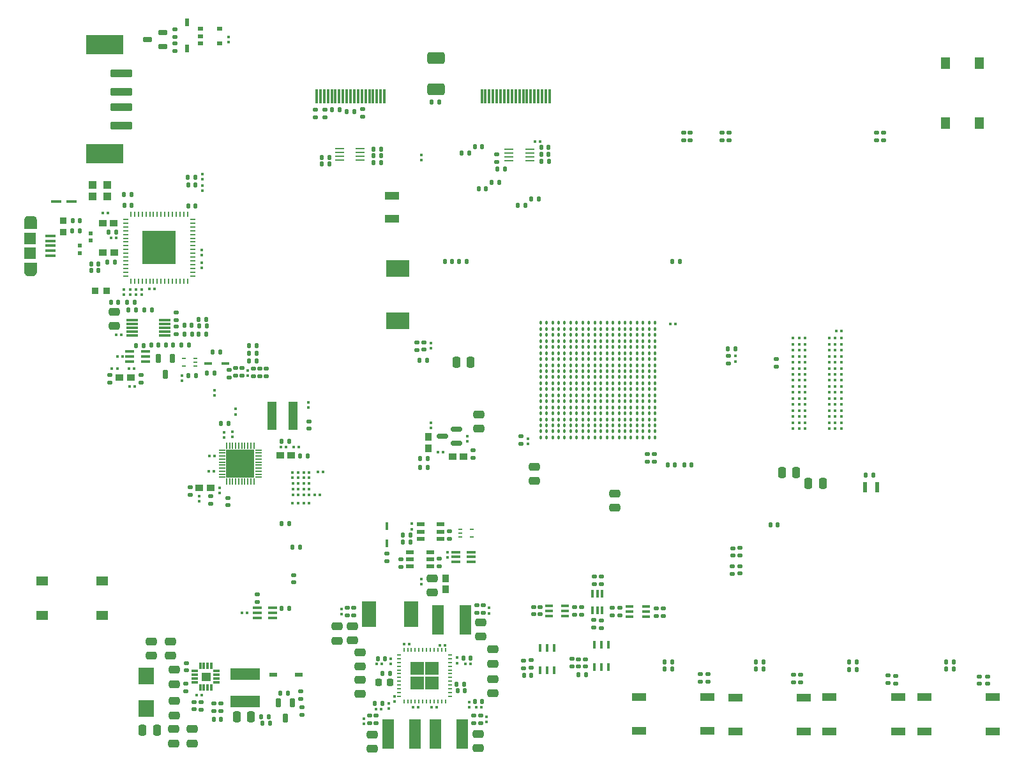
<source format=gtp>
G04 #@! TF.GenerationSoftware,KiCad,Pcbnew,8.0.8*
G04 #@! TF.CreationDate,2025-12-16T16:02:55-05:00*
G04 #@! TF.ProjectId,FPGA-BOARD,46504741-2d42-44f4-9152-442e6b696361,rev?*
G04 #@! TF.SameCoordinates,Original*
G04 #@! TF.FileFunction,Paste,Top*
G04 #@! TF.FilePolarity,Positive*
%FSLAX46Y46*%
G04 Gerber Fmt 4.6, Leading zero omitted, Abs format (unit mm)*
G04 Created by KiCad (PCBNEW 8.0.8) date 2025-12-16 16:02:55*
%MOMM*%
%LPD*%
G01*
G04 APERTURE LIST*
G04 Aperture macros list*
%AMRoundRect*
0 Rectangle with rounded corners*
0 $1 Rounding radius*
0 $2 $3 $4 $5 $6 $7 $8 $9 X,Y pos of 4 corners*
0 Add a 4 corners polygon primitive as box body*
4,1,4,$2,$3,$4,$5,$6,$7,$8,$9,$2,$3,0*
0 Add four circle primitives for the rounded corners*
1,1,$1+$1,$2,$3*
1,1,$1+$1,$4,$5*
1,1,$1+$1,$6,$7*
1,1,$1+$1,$8,$9*
0 Add four rect primitives between the rounded corners*
20,1,$1+$1,$2,$3,$4,$5,0*
20,1,$1+$1,$4,$5,$6,$7,0*
20,1,$1+$1,$6,$7,$8,$9,0*
20,1,$1+$1,$8,$9,$2,$3,0*%
G04 Aperture macros list end*
%ADD10C,0.000000*%
%ADD11C,0.010000*%
%ADD12RoundRect,0.076250X0.513750X0.228750X-0.513750X0.228750X-0.513750X-0.228750X0.513750X-0.228750X0*%
%ADD13RoundRect,0.079500X0.100500X-0.079500X0.100500X0.079500X-0.100500X0.079500X-0.100500X-0.079500X0*%
%ADD14RoundRect,0.147500X0.147500X0.172500X-0.147500X0.172500X-0.147500X-0.172500X0.147500X-0.172500X0*%
%ADD15RoundRect,0.140000X0.170000X-0.140000X0.170000X0.140000X-0.170000X0.140000X-0.170000X-0.140000X0*%
%ADD16RoundRect,0.079500X0.079500X0.100500X-0.079500X0.100500X-0.079500X-0.100500X0.079500X-0.100500X0*%
%ADD17RoundRect,0.140000X-0.140000X-0.170000X0.140000X-0.170000X0.140000X0.170000X-0.140000X0.170000X0*%
%ADD18RoundRect,0.079500X-0.079500X-0.100500X0.079500X-0.100500X0.079500X0.100500X-0.079500X0.100500X0*%
%ADD19RoundRect,0.140000X0.140000X0.170000X-0.140000X0.170000X-0.140000X-0.170000X0.140000X-0.170000X0*%
%ADD20RoundRect,0.147500X-0.147500X-0.172500X0.147500X-0.172500X0.147500X0.172500X-0.147500X0.172500X0*%
%ADD21R,1.168400X0.355600*%
%ADD22RoundRect,0.140000X-0.170000X0.140000X-0.170000X-0.140000X0.170000X-0.140000X0.170000X0.140000X0*%
%ADD23RoundRect,0.079500X-0.100500X0.079500X-0.100500X-0.079500X0.100500X-0.079500X0.100500X0.079500X0*%
%ADD24R,1.900000X1.000000*%
%ADD25RoundRect,0.250000X-0.475000X0.250000X-0.475000X-0.250000X0.475000X-0.250000X0.475000X0.250000X0*%
%ADD26R,0.457200X1.117600*%
%ADD27R,0.970000X1.000000*%
%ADD28R,1.168400X0.254000*%
%ADD29R,1.100000X1.000000*%
%ADD30R,0.609600X1.447800*%
%ADD31R,1.850000X3.400000*%
%ADD32RoundRect,0.075000X-0.225000X0.540000X-0.225000X-0.540000X0.225000X-0.540000X0.225000X0.540000X0*%
%ADD33O,0.240000X0.599999*%
%ADD34O,0.599999X0.240000*%
%ADD35R,0.450800X1.111200*%
%ADD36R,0.508000X0.279400*%
%ADD37R,1.000000X0.970000*%
%ADD38R,2.150000X2.200000*%
%ADD39R,0.300000X1.000000*%
%ADD40R,1.111200X0.450800*%
%ADD41R,1.550000X1.300000*%
%ADD42R,1.905000X0.990600*%
%ADD43R,0.500000X0.600000*%
%ADD44RoundRect,0.250000X0.250000X0.475000X-0.250000X0.475000X-0.250000X-0.475000X0.250000X-0.475000X0*%
%ADD45C,0.410000*%
%ADD46RoundRect,0.018000X-1.382000X0.432000X-1.382000X-0.432000X1.382000X-0.432000X1.382000X0.432000X0*%
%ADD47R,5.000000X2.500000*%
%ADD48RoundRect,0.250000X0.475000X-0.250000X0.475000X0.250000X-0.475000X0.250000X-0.475000X-0.250000X0*%
%ADD49R,1.498600X3.987800*%
%ADD50R,1.016000X0.508000*%
%ADD51RoundRect,0.150000X0.587500X0.150000X-0.587500X0.150000X-0.587500X-0.150000X0.587500X-0.150000X0*%
%ADD52R,0.812800X0.203200*%
%ADD53R,0.203200X0.812800*%
%ADD54R,3.708400X3.708400*%
%ADD55R,0.300000X1.900000*%
%ADD56R,1.300000X1.550000*%
%ADD57RoundRect,0.250000X-0.250000X-0.475000X0.250000X-0.475000X0.250000X0.475000X-0.250000X0.475000X0*%
%ADD58C,0.457200*%
%ADD59R,0.754800X0.254000*%
%ADD60R,0.254000X0.754800*%
%ADD61R,4.445000X4.445000*%
%ADD62R,0.965200X0.939800*%
%ADD63R,0.977900X0.558800*%
%ADD64R,1.111200X0.600800*%
%ADD65RoundRect,0.076250X-0.228750X0.513750X-0.228750X-0.513750X0.228750X-0.513750X0.228750X0.513750X0*%
%ADD66R,0.600800X1.111200*%
%ADD67R,1.358900X0.457200*%
%ADD68R,1.524000X0.330200*%
%ADD69R,1.000000X0.300000*%
%ADD70R,0.800001X0.549999*%
%ADD71R,1.350000X0.400000*%
%ADD72R,1.550000X1.500000*%
%ADD73R,0.939800X0.965200*%
%ADD74RoundRect,0.225000X0.225000X0.250000X-0.225000X0.250000X-0.225000X-0.250000X0.225000X-0.250000X0*%
%ADD75RoundRect,0.032500X0.397500X0.097500X-0.397500X0.097500X-0.397500X-0.097500X0.397500X-0.097500X0*%
%ADD76RoundRect,0.032500X0.097500X0.397500X-0.097500X0.397500X-0.097500X-0.397500X0.097500X-0.397500X0*%
%ADD77RoundRect,0.249999X0.900001X-0.525001X0.900001X0.525001X-0.900001X0.525001X-0.900001X-0.525001X0*%
%ADD78R,3.987800X1.498600*%
%ADD79R,1.200000X3.700000*%
%ADD80R,3.120000X2.250000*%
G04 APERTURE END LIST*
D10*
G36*
X127825004Y-137960000D02*
G01*
X126090003Y-137960000D01*
X126090003Y-136225000D01*
X127825004Y-136225000D01*
X127825004Y-137960000D01*
G37*
G36*
X127825004Y-136025003D02*
G01*
X126090003Y-136025003D01*
X126090003Y-134290002D01*
X127825004Y-134290002D01*
X127825004Y-136025003D01*
G37*
G36*
X129760001Y-137960000D02*
G01*
X128025001Y-137960000D01*
X128025001Y-136225000D01*
X129760001Y-136225000D01*
X129760001Y-137960000D01*
G37*
G36*
X129760001Y-136025003D02*
G01*
X128025001Y-136025003D01*
X128025001Y-134290002D01*
X129760001Y-134290002D01*
X129760001Y-136025003D01*
G37*
G36*
X103375001Y-107875300D02*
G01*
X101720801Y-107875300D01*
X101720801Y-106221100D01*
X103375001Y-106221100D01*
X103375001Y-107875300D01*
G37*
G36*
X103375001Y-109729500D02*
G01*
X101720801Y-109729500D01*
X101720801Y-108075300D01*
X103375001Y-108075300D01*
X103375001Y-109729500D01*
G37*
G36*
X105229201Y-107875300D02*
G01*
X103575001Y-107875300D01*
X103575001Y-106221100D01*
X105229201Y-106221100D01*
X105229201Y-107875300D01*
G37*
G36*
X105229201Y-109729500D02*
G01*
X103575001Y-109729500D01*
X103575001Y-108075300D01*
X105229201Y-108075300D01*
X105229201Y-109729500D01*
G37*
G36*
X91884167Y-78459167D02*
G01*
X90602500Y-78459167D01*
X90602500Y-77177500D01*
X91884167Y-77177500D01*
X91884167Y-78459167D01*
G37*
G36*
X91884167Y-79940834D02*
G01*
X90602500Y-79940834D01*
X90602500Y-78659166D01*
X91884167Y-78659166D01*
X91884167Y-79940834D01*
G37*
G36*
X91884167Y-81422500D02*
G01*
X90602500Y-81422500D01*
X90602500Y-80140833D01*
X91884167Y-80140833D01*
X91884167Y-81422500D01*
G37*
G36*
X93365834Y-78459167D02*
G01*
X92084166Y-78459167D01*
X92084166Y-77177500D01*
X93365834Y-77177500D01*
X93365834Y-78459167D01*
G37*
G36*
X93365834Y-79940834D02*
G01*
X92084166Y-79940834D01*
X92084166Y-78659166D01*
X93365834Y-78659166D01*
X93365834Y-79940834D01*
G37*
G36*
X93365834Y-81422500D02*
G01*
X92084166Y-81422500D01*
X92084166Y-80140833D01*
X93365834Y-80140833D01*
X93365834Y-81422500D01*
G37*
G36*
X94847500Y-78459167D02*
G01*
X93565833Y-78459167D01*
X93565833Y-77177500D01*
X94847500Y-77177500D01*
X94847500Y-78459167D01*
G37*
G36*
X94847500Y-79940834D02*
G01*
X93565833Y-79940834D01*
X93565833Y-78659166D01*
X94847500Y-78659166D01*
X94847500Y-79940834D01*
G37*
G36*
X94847500Y-81422500D02*
G01*
X93565833Y-81422500D01*
X93565833Y-80140833D01*
X94847500Y-80140833D01*
X94847500Y-81422500D01*
G37*
D11*
X75931000Y-75106000D02*
X75957000Y-75108000D01*
X75983000Y-75111000D01*
X76009000Y-75116000D01*
X76034000Y-75122000D01*
X76060000Y-75129000D01*
X76084000Y-75138000D01*
X76108000Y-75148000D01*
X76132000Y-75159000D01*
X76155000Y-75172000D01*
X76177000Y-75186000D01*
X76199000Y-75200000D01*
X76220000Y-75216000D01*
X76240000Y-75233000D01*
X76259000Y-75251000D01*
X76277000Y-75270000D01*
X76294000Y-75290000D01*
X76310000Y-75311000D01*
X76324000Y-75333000D01*
X76338000Y-75355000D01*
X76351000Y-75378000D01*
X76362000Y-75402000D01*
X76372000Y-75426000D01*
X76381000Y-75450000D01*
X76388000Y-75476000D01*
X76394000Y-75501000D01*
X76399000Y-75527000D01*
X76402000Y-75553000D01*
X76404000Y-75579000D01*
X76405000Y-75605000D01*
X76405000Y-76750000D01*
X74855000Y-76750000D01*
X74855000Y-75605000D01*
X74856000Y-75579000D01*
X74858000Y-75553000D01*
X74861000Y-75527000D01*
X74866000Y-75501000D01*
X74872000Y-75476000D01*
X74879000Y-75450000D01*
X74888000Y-75426000D01*
X74898000Y-75402000D01*
X74909000Y-75378000D01*
X74922000Y-75355000D01*
X74936000Y-75333000D01*
X74950000Y-75311000D01*
X74966000Y-75290000D01*
X74983000Y-75270000D01*
X75001000Y-75251000D01*
X75020000Y-75233000D01*
X75040000Y-75216000D01*
X75061000Y-75200000D01*
X75083000Y-75186000D01*
X75105000Y-75172000D01*
X75128000Y-75159000D01*
X75152000Y-75148000D01*
X75176000Y-75138000D01*
X75200000Y-75129000D01*
X75226000Y-75122000D01*
X75251000Y-75116000D01*
X75277000Y-75111000D01*
X75303000Y-75108000D01*
X75329000Y-75106000D01*
X75355000Y-75105000D01*
X75905000Y-75105000D01*
X75931000Y-75106000D01*
G36*
X75931000Y-75106000D02*
G01*
X75957000Y-75108000D01*
X75983000Y-75111000D01*
X76009000Y-75116000D01*
X76034000Y-75122000D01*
X76060000Y-75129000D01*
X76084000Y-75138000D01*
X76108000Y-75148000D01*
X76132000Y-75159000D01*
X76155000Y-75172000D01*
X76177000Y-75186000D01*
X76199000Y-75200000D01*
X76220000Y-75216000D01*
X76240000Y-75233000D01*
X76259000Y-75251000D01*
X76277000Y-75270000D01*
X76294000Y-75290000D01*
X76310000Y-75311000D01*
X76324000Y-75333000D01*
X76338000Y-75355000D01*
X76351000Y-75378000D01*
X76362000Y-75402000D01*
X76372000Y-75426000D01*
X76381000Y-75450000D01*
X76388000Y-75476000D01*
X76394000Y-75501000D01*
X76399000Y-75527000D01*
X76402000Y-75553000D01*
X76404000Y-75579000D01*
X76405000Y-75605000D01*
X76405000Y-76750000D01*
X74855000Y-76750000D01*
X74855000Y-75605000D01*
X74856000Y-75579000D01*
X74858000Y-75553000D01*
X74861000Y-75527000D01*
X74866000Y-75501000D01*
X74872000Y-75476000D01*
X74879000Y-75450000D01*
X74888000Y-75426000D01*
X74898000Y-75402000D01*
X74909000Y-75378000D01*
X74922000Y-75355000D01*
X74936000Y-75333000D01*
X74950000Y-75311000D01*
X74966000Y-75290000D01*
X74983000Y-75270000D01*
X75001000Y-75251000D01*
X75020000Y-75233000D01*
X75040000Y-75216000D01*
X75061000Y-75200000D01*
X75083000Y-75186000D01*
X75105000Y-75172000D01*
X75128000Y-75159000D01*
X75152000Y-75148000D01*
X75176000Y-75138000D01*
X75200000Y-75129000D01*
X75226000Y-75122000D01*
X75251000Y-75116000D01*
X75277000Y-75111000D01*
X75303000Y-75108000D01*
X75329000Y-75106000D01*
X75355000Y-75105000D01*
X75905000Y-75105000D01*
X75931000Y-75106000D01*
G37*
X76405000Y-82495000D02*
X76404000Y-82521000D01*
X76402000Y-82547000D01*
X76399000Y-82573000D01*
X76394000Y-82599000D01*
X76388000Y-82624000D01*
X76381000Y-82650000D01*
X76372000Y-82674000D01*
X76362000Y-82698000D01*
X76351000Y-82722000D01*
X76338000Y-82745000D01*
X76324000Y-82767000D01*
X76310000Y-82789000D01*
X76294000Y-82810000D01*
X76277000Y-82830000D01*
X76259000Y-82849000D01*
X76240000Y-82867000D01*
X76220000Y-82884000D01*
X76199000Y-82900000D01*
X76177000Y-82914000D01*
X76155000Y-82928000D01*
X76132000Y-82941000D01*
X76108000Y-82952000D01*
X76084000Y-82962000D01*
X76060000Y-82971000D01*
X76034000Y-82978000D01*
X76009000Y-82984000D01*
X75983000Y-82989000D01*
X75957000Y-82992000D01*
X75931000Y-82994000D01*
X75905000Y-82995000D01*
X75355000Y-82995000D01*
X75329000Y-82994000D01*
X75303000Y-82992000D01*
X75277000Y-82989000D01*
X75251000Y-82984000D01*
X75226000Y-82978000D01*
X75200000Y-82971000D01*
X75176000Y-82962000D01*
X75152000Y-82952000D01*
X75128000Y-82941000D01*
X75105000Y-82928000D01*
X75083000Y-82914000D01*
X75061000Y-82900000D01*
X75040000Y-82884000D01*
X75020000Y-82867000D01*
X75001000Y-82849000D01*
X74983000Y-82830000D01*
X74966000Y-82810000D01*
X74950000Y-82789000D01*
X74936000Y-82767000D01*
X74922000Y-82745000D01*
X74909000Y-82722000D01*
X74898000Y-82698000D01*
X74888000Y-82674000D01*
X74879000Y-82650000D01*
X74872000Y-82624000D01*
X74866000Y-82599000D01*
X74861000Y-82573000D01*
X74858000Y-82547000D01*
X74856000Y-82521000D01*
X74855000Y-82495000D01*
X74855000Y-81350000D01*
X76405000Y-81350000D01*
X76405000Y-82495000D01*
G36*
X76405000Y-82495000D02*
G01*
X76404000Y-82521000D01*
X76402000Y-82547000D01*
X76399000Y-82573000D01*
X76394000Y-82599000D01*
X76388000Y-82624000D01*
X76381000Y-82650000D01*
X76372000Y-82674000D01*
X76362000Y-82698000D01*
X76351000Y-82722000D01*
X76338000Y-82745000D01*
X76324000Y-82767000D01*
X76310000Y-82789000D01*
X76294000Y-82810000D01*
X76277000Y-82830000D01*
X76259000Y-82849000D01*
X76240000Y-82867000D01*
X76220000Y-82884000D01*
X76199000Y-82900000D01*
X76177000Y-82914000D01*
X76155000Y-82928000D01*
X76132000Y-82941000D01*
X76108000Y-82952000D01*
X76084000Y-82962000D01*
X76060000Y-82971000D01*
X76034000Y-82978000D01*
X76009000Y-82984000D01*
X75983000Y-82989000D01*
X75957000Y-82992000D01*
X75931000Y-82994000D01*
X75905000Y-82995000D01*
X75355000Y-82995000D01*
X75329000Y-82994000D01*
X75303000Y-82992000D01*
X75277000Y-82989000D01*
X75251000Y-82984000D01*
X75226000Y-82978000D01*
X75200000Y-82971000D01*
X75176000Y-82962000D01*
X75152000Y-82952000D01*
X75128000Y-82941000D01*
X75105000Y-82928000D01*
X75083000Y-82914000D01*
X75061000Y-82900000D01*
X75040000Y-82884000D01*
X75020000Y-82867000D01*
X75001000Y-82849000D01*
X74983000Y-82830000D01*
X74966000Y-82810000D01*
X74950000Y-82789000D01*
X74936000Y-82767000D01*
X74922000Y-82745000D01*
X74909000Y-82722000D01*
X74898000Y-82698000D01*
X74888000Y-82674000D01*
X74879000Y-82650000D01*
X74872000Y-82624000D01*
X74866000Y-82599000D01*
X74861000Y-82573000D01*
X74858000Y-82547000D01*
X74856000Y-82521000D01*
X74855000Y-82495000D01*
X74855000Y-81350000D01*
X76405000Y-81350000D01*
X76405000Y-82495000D01*
G37*
X99440000Y-136770000D02*
X98380000Y-136770000D01*
X98380000Y-135710000D01*
X99440000Y-135710000D01*
X99440000Y-136770000D01*
G36*
X99440000Y-136770000D02*
G01*
X98380000Y-136770000D01*
X98380000Y-135710000D01*
X99440000Y-135710000D01*
X99440000Y-136770000D01*
G37*
D12*
X93222500Y-52572500D03*
X93222500Y-50742500D03*
X91172500Y-51657500D03*
D13*
X136100000Y-142295000D03*
X136100000Y-141605000D03*
D14*
X97510000Y-69980000D03*
X96540000Y-69980000D03*
D15*
X159560000Y-128225000D03*
X159560000Y-127225000D03*
D16*
X111120000Y-109875000D03*
X110430000Y-109875000D03*
D13*
X102890000Y-101425000D03*
X102890000Y-100735000D03*
D17*
X97980000Y-90750000D03*
X98980000Y-90750000D03*
D18*
X110440000Y-111375000D03*
X111130000Y-111375000D03*
D17*
X128870000Y-59990000D03*
X129870000Y-59990000D03*
D18*
X113355000Y-112125000D03*
X114045000Y-112125000D03*
D19*
X144375000Y-66025000D03*
X143375000Y-66025000D03*
D20*
X104665000Y-92340000D03*
X105635000Y-92340000D03*
D21*
X134116400Y-121035400D03*
X134116400Y-120375000D03*
X134116400Y-119714600D03*
X132033600Y-119714600D03*
X132033600Y-120375000D03*
X132033600Y-121035400D03*
D19*
X98920000Y-88830000D03*
X97920000Y-88830000D03*
D18*
X111890000Y-109125000D03*
X112580000Y-109125000D03*
D14*
X128220000Y-94230000D03*
X127250000Y-94230000D03*
D22*
X114750000Y-60975000D03*
X114750000Y-61975000D03*
D15*
X150360000Y-129750000D03*
X150360000Y-128750000D03*
D23*
X98370000Y-81315000D03*
X98370000Y-82005000D03*
D20*
X184240000Y-135301849D03*
X185210000Y-135301849D03*
D13*
X112500000Y-100565000D03*
X112500000Y-99875000D03*
D24*
X123600000Y-72425000D03*
X123600000Y-75425000D03*
D23*
X169140000Y-93700000D03*
X169140000Y-94390000D03*
D15*
X95010000Y-88940000D03*
X95010000Y-87940000D03*
X174600000Y-95100000D03*
X174600000Y-94100000D03*
D19*
X89090000Y-73660000D03*
X88090000Y-73660000D03*
D16*
X130370000Y-106475000D03*
X129680000Y-106475000D03*
D25*
X135000000Y-143850000D03*
X135000000Y-145750000D03*
X137000000Y-136600000D03*
X137000000Y-138500000D03*
X116300000Y-129600000D03*
X116300000Y-131500000D03*
D19*
X92650000Y-92220000D03*
X91650000Y-92220000D03*
D26*
X143246698Y-135451900D03*
X144196699Y-135451900D03*
X145146700Y-135451900D03*
X145146700Y-132454700D03*
X144196699Y-132454700D03*
X143246698Y-132454700D03*
D17*
X111435000Y-106970000D03*
X112435000Y-106970000D03*
D18*
X182495000Y-90360000D03*
X183185000Y-90360000D03*
D19*
X187450000Y-109475000D03*
X186450000Y-109475000D03*
D15*
X164475000Y-136926849D03*
X164475000Y-135926849D03*
D19*
X86880000Y-81210000D03*
X85880000Y-81210000D03*
D15*
X153785000Y-128100000D03*
X153785000Y-127100000D03*
D27*
X128425000Y-105920000D03*
X128425000Y-104450000D03*
D28*
X116656800Y-66149999D03*
X116656800Y-66650000D03*
X116656800Y-67150000D03*
X116656800Y-67650001D03*
X119400000Y-67650001D03*
X119400000Y-67150000D03*
X119400000Y-66650000D03*
X119400000Y-66149999D03*
D15*
X190400000Y-137151849D03*
X190400000Y-136151849D03*
D19*
X133190000Y-137280000D03*
X132190000Y-137280000D03*
D22*
X168775000Y-119200000D03*
X168775000Y-120200000D03*
D23*
X98060000Y-112255000D03*
X98060000Y-112945000D03*
D25*
X153110000Y-111960000D03*
X153110000Y-113860000D03*
D29*
X85830000Y-70980000D03*
X83930000Y-70980000D03*
X83930000Y-72480000D03*
X85830000Y-72480000D03*
D18*
X88765000Y-97740000D03*
X89455000Y-97740000D03*
D17*
X143375000Y-66950000D03*
X144375000Y-66950000D03*
D13*
X127490000Y-67675000D03*
X127490000Y-66985000D03*
D15*
X141071699Y-135128300D03*
X141071699Y-134128300D03*
D18*
X108885000Y-105810000D03*
X109575000Y-105810000D03*
D30*
X187908000Y-111125000D03*
X186307800Y-111125000D03*
D13*
X132250000Y-134445000D03*
X132250000Y-133755000D03*
D31*
X120590000Y-127970000D03*
X126140000Y-127970000D03*
D32*
X94512500Y-94030000D03*
X92612500Y-94030000D03*
X93562500Y-96150000D03*
D15*
X177825000Y-137026849D03*
X177825000Y-136026849D03*
D33*
X130675001Y-132724999D03*
X130175002Y-132724999D03*
X129675000Y-132724999D03*
X129175001Y-132724999D03*
X128674999Y-132724999D03*
X128175001Y-132724999D03*
X127675001Y-132724999D03*
X127175000Y-132724999D03*
X126675001Y-132724999D03*
X126174999Y-132724999D03*
X125675000Y-132724999D03*
X125175001Y-132724999D03*
D34*
X124525000Y-133375000D03*
X124525000Y-133874999D03*
X124525000Y-134375001D03*
X124525000Y-134875000D03*
X124525000Y-135375002D03*
X124525000Y-135875000D03*
X124525000Y-136375000D03*
X124525000Y-136875001D03*
X124525000Y-137375000D03*
X124525000Y-137875002D03*
X124525000Y-138375001D03*
X124525000Y-138875000D03*
D33*
X125175001Y-139525001D03*
X125675000Y-139525001D03*
X126174999Y-139525001D03*
X126675001Y-139525001D03*
X127175000Y-139525001D03*
X127675001Y-139525001D03*
X128175001Y-139525001D03*
X128674999Y-139525001D03*
X129175001Y-139525001D03*
X129675000Y-139525001D03*
X130175002Y-139525001D03*
X130675001Y-139525001D03*
D34*
X131325002Y-138875000D03*
X131325002Y-138375001D03*
X131325002Y-137875002D03*
X131325002Y-137375000D03*
X131325002Y-136875001D03*
X131325002Y-136375000D03*
X131325002Y-135875000D03*
X131325002Y-135375002D03*
X131325002Y-134875000D03*
X131325002Y-134375001D03*
X131325002Y-133874999D03*
X131325002Y-133375000D03*
D23*
X88035000Y-84835000D03*
X88035000Y-85525000D03*
D35*
X122900000Y-116300000D03*
X122900000Y-118600000D03*
D19*
X94590000Y-92230000D03*
X93590000Y-92230000D03*
X107220000Y-141630000D03*
X106220000Y-141630000D03*
D22*
X120650000Y-141400000D03*
X120650000Y-142400000D03*
D17*
X143400000Y-67850000D03*
X144400000Y-67850000D03*
D36*
X97524300Y-95000126D03*
X97524300Y-94500000D03*
X97524300Y-93999874D03*
X96025700Y-93999874D03*
X96025700Y-95000126D03*
D37*
X133075000Y-107050000D03*
X131605000Y-107050000D03*
D19*
X161140000Y-108160000D03*
X160140000Y-108160000D03*
X115275000Y-67325000D03*
X114275000Y-67325000D03*
X138550000Y-68875000D03*
X137550000Y-68875000D03*
D18*
X85205000Y-74670000D03*
X85895000Y-74670000D03*
X125215000Y-131980000D03*
X125905000Y-131980000D03*
D38*
X91035000Y-136130000D03*
X91035000Y-140530000D03*
D22*
X135700000Y-126800000D03*
X135700000Y-127800000D03*
D16*
X87155000Y-95380000D03*
X86465000Y-95380000D03*
D15*
X187875000Y-65025000D03*
X187875000Y-64025000D03*
D23*
X104460000Y-95645000D03*
X104460000Y-96335000D03*
D39*
X151485000Y-125245000D03*
X150825000Y-125245000D03*
X150165000Y-125245000D03*
X150165000Y-127425000D03*
X150825000Y-127425000D03*
X151485000Y-127425000D03*
D15*
X201515000Y-137226849D03*
X201515000Y-136226849D03*
D22*
X98280000Y-139660000D03*
X98280000Y-140660000D03*
D15*
X169750000Y-122575000D03*
X169750000Y-121575000D03*
X188775000Y-65025000D03*
X188775000Y-64025000D03*
D22*
X112600000Y-102360000D03*
X112600000Y-103360000D03*
D25*
X142475000Y-108375000D03*
X142475000Y-110275000D03*
D40*
X101530000Y-94680000D03*
X99230000Y-94680000D03*
D15*
X105767600Y-126364411D03*
X105767600Y-125364411D03*
D20*
X197107500Y-135276849D03*
X198077500Y-135276849D03*
D22*
X111470000Y-138220000D03*
X111470000Y-139220000D03*
X117700000Y-127100000D03*
X117700000Y-128100000D03*
D23*
X126220000Y-115975000D03*
X126220000Y-116665000D03*
D41*
X85180000Y-128090000D03*
X77230000Y-128090000D03*
X85180000Y-123590000D03*
X77230000Y-123590000D03*
D42*
X194189099Y-138999999D03*
X194189099Y-143500001D03*
X203289101Y-143500001D03*
X203289101Y-138999999D03*
D15*
X148735000Y-128025000D03*
X148735000Y-127025000D03*
X162300000Y-65025000D03*
X162300000Y-64025000D03*
D18*
X110430000Y-113245000D03*
X111120000Y-113245000D03*
D19*
X87020000Y-77230000D03*
X86020000Y-77230000D03*
D17*
X108820000Y-138460000D03*
X109820000Y-138460000D03*
D43*
X82230000Y-79060000D03*
X82230000Y-80060000D03*
D44*
X180740000Y-110600000D03*
X178840000Y-110600000D03*
D14*
X105635000Y-93330000D03*
X104665000Y-93330000D03*
D13*
X119850000Y-142545000D03*
X119850000Y-141855000D03*
D22*
X140675000Y-104375000D03*
X140675000Y-105375000D03*
D13*
X116900000Y-127995000D03*
X116900000Y-127305000D03*
D22*
X90320000Y-96220000D03*
X90320000Y-97220000D03*
D17*
X96550000Y-73770000D03*
X97550000Y-73770000D03*
D45*
X183175000Y-103325000D03*
X182375000Y-103325000D03*
X181575000Y-103325000D03*
X178375000Y-103325000D03*
X177575000Y-103325000D03*
X176775000Y-103325000D03*
X183175000Y-102525000D03*
X182375000Y-102525000D03*
X181575000Y-102525000D03*
X178375000Y-102525000D03*
X177575000Y-102525000D03*
X176775000Y-102525000D03*
X183175000Y-101725000D03*
X182375000Y-101725000D03*
X181575000Y-101725000D03*
X178375000Y-101725000D03*
X177575000Y-101725000D03*
X176775000Y-101725000D03*
X183175000Y-100925000D03*
X182375000Y-100925000D03*
X181575000Y-100925000D03*
X178375000Y-100925000D03*
X177575000Y-100925000D03*
X176775000Y-100925000D03*
X183175000Y-100125000D03*
X182375000Y-100125000D03*
X181575000Y-100125000D03*
X178375000Y-100125000D03*
X177575000Y-100125000D03*
X176775000Y-100125000D03*
X183175000Y-99325000D03*
X182375000Y-99325000D03*
X181575000Y-99325000D03*
X178375000Y-99325000D03*
X177575000Y-99325000D03*
X176775000Y-99325000D03*
X183175000Y-98525000D03*
X182375000Y-98525000D03*
X181575000Y-98525000D03*
X178375000Y-98525000D03*
X177575000Y-98525000D03*
X176775000Y-98525000D03*
X183175000Y-97725000D03*
X182375000Y-97725000D03*
X181575000Y-97725000D03*
X178375000Y-97725000D03*
X177575000Y-97725000D03*
X176775000Y-97725000D03*
X183175000Y-96925000D03*
X182375000Y-96925000D03*
X181575000Y-96925000D03*
X178375000Y-96925000D03*
X177575000Y-96925000D03*
X176775000Y-96925000D03*
X183175000Y-96125000D03*
X182375000Y-96125000D03*
X181575000Y-96125000D03*
X178375000Y-96125000D03*
X177575000Y-96125000D03*
X176775000Y-96125000D03*
X183175000Y-95325000D03*
X182375000Y-95325000D03*
X181575000Y-95325000D03*
X178375000Y-95325000D03*
X177575000Y-95325000D03*
X176775000Y-95325000D03*
X183175000Y-94525000D03*
X182375000Y-94525000D03*
X181575000Y-94525000D03*
X178375000Y-94525000D03*
X177575000Y-94525000D03*
X176775000Y-94525000D03*
X183175000Y-93725000D03*
X182375000Y-93725000D03*
X181575000Y-93725000D03*
X178375000Y-93725000D03*
X177575000Y-93725000D03*
X176775000Y-93725000D03*
X183175000Y-92925000D03*
X182375000Y-92925000D03*
X181575000Y-92925000D03*
X178375000Y-92925000D03*
X177575000Y-92925000D03*
X176775000Y-92925000D03*
X183175000Y-92125000D03*
X182375000Y-92125000D03*
X181575000Y-92125000D03*
X178375000Y-92125000D03*
X177575000Y-92125000D03*
X176775000Y-92125000D03*
X183175000Y-91325000D03*
X182375000Y-91325000D03*
X181575000Y-91325000D03*
X178375000Y-91325000D03*
X177575000Y-91325000D03*
X176775000Y-91325000D03*
D15*
X124800000Y-121660000D03*
X124800000Y-120660000D03*
D46*
X87740000Y-56120000D03*
X87740000Y-58620000D03*
X87740000Y-60620000D03*
X87740000Y-63120000D03*
D47*
X85490000Y-52370000D03*
X85490000Y-66870000D03*
D48*
X119400000Y-134900000D03*
X119400000Y-133000000D03*
D49*
X123063200Y-143870000D03*
X126670000Y-143870000D03*
D26*
X150424999Y-134999200D03*
X151375000Y-134999200D03*
X152325001Y-134999200D03*
X152325001Y-132002000D03*
X151375000Y-132002000D03*
X150424999Y-132002000D03*
D44*
X92420000Y-143330000D03*
X90520000Y-143330000D03*
D20*
X171890000Y-135276849D03*
X172860000Y-135276849D03*
D18*
X111890000Y-113235000D03*
X112580000Y-113235000D03*
D22*
X101870000Y-112520000D03*
X101870000Y-113520000D03*
D23*
X101897500Y-51357502D03*
X101897500Y-52047502D03*
D15*
X97330000Y-140610000D03*
X97330000Y-139610000D03*
D49*
X132926800Y-143860000D03*
X129320000Y-143860000D03*
D15*
X152835000Y-128100000D03*
X152835000Y-127100000D03*
D17*
X121700000Y-133850000D03*
X122700000Y-133850000D03*
D27*
X130700000Y-124670000D03*
X130700000Y-123200000D03*
D15*
X134450000Y-142400000D03*
X134450000Y-141400000D03*
D17*
X108985000Y-105040000D03*
X109985000Y-105040000D03*
D18*
X126395000Y-140360000D03*
X127085000Y-140360000D03*
D14*
X97567500Y-96325000D03*
X96597500Y-96325000D03*
D13*
X128800000Y-92695000D03*
X128800000Y-92005000D03*
D25*
X135400000Y-129050000D03*
X135400000Y-130950000D03*
D17*
X134575000Y-65900000D03*
X135575000Y-65900000D03*
D50*
X127383000Y-116050000D03*
X127383000Y-117000001D03*
X127383000Y-117950002D03*
X130050000Y-117950002D03*
X130050000Y-117000001D03*
X130050000Y-116050000D03*
D37*
X98070001Y-111160300D03*
X99540001Y-111160300D03*
D15*
X105210000Y-96340000D03*
X105210000Y-95340000D03*
D13*
X100050000Y-98915000D03*
X100050000Y-98225000D03*
D15*
X163175000Y-65025000D03*
X163175000Y-64025000D03*
D48*
X128900000Y-125100000D03*
X128900000Y-123200000D03*
D25*
X121000000Y-143950000D03*
X121000000Y-145850000D03*
D19*
X163350000Y-108180000D03*
X162350000Y-108180000D03*
D22*
X131240000Y-116990000D03*
X131240000Y-117990000D03*
D17*
X108970000Y-115970000D03*
X109970000Y-115970000D03*
D51*
X132137500Y-105287500D03*
X132137500Y-103387500D03*
X130262500Y-104337500D03*
D22*
X94812500Y-50312500D03*
X94812500Y-51312500D03*
X95020000Y-89780000D03*
X95020000Y-90780000D03*
D15*
X150460000Y-123950000D03*
X150460000Y-122950000D03*
D22*
X168240000Y-93690000D03*
X168240000Y-94690000D03*
D17*
X127320000Y-107330000D03*
X128320000Y-107330000D03*
X159750000Y-134276849D03*
X160750000Y-134276849D03*
D19*
X131600000Y-81125000D03*
X130600000Y-81125000D03*
D15*
X147785000Y-128025000D03*
X147785000Y-127025000D03*
D16*
X122245000Y-134600000D03*
X121555000Y-134600000D03*
D15*
X118550000Y-128100000D03*
X118550000Y-127100000D03*
D22*
X126925000Y-91875000D03*
X126925000Y-92875000D03*
D52*
X101074701Y-106175301D03*
X101074701Y-106575300D03*
X101074701Y-106975299D03*
X101074701Y-107375301D03*
X101074701Y-107775300D03*
X101074701Y-108175300D03*
X101074701Y-108575299D03*
X101074701Y-108975301D03*
X101074701Y-109375300D03*
X101074701Y-109775299D03*
D53*
X101675002Y-110375600D03*
X102075001Y-110375600D03*
X102475000Y-110375600D03*
X102875002Y-110375600D03*
X103275001Y-110375600D03*
X103675001Y-110375600D03*
X104075000Y-110375600D03*
X104475002Y-110375600D03*
X104875001Y-110375600D03*
X105275000Y-110375600D03*
D52*
X105875301Y-109775299D03*
X105875301Y-109375300D03*
X105875301Y-108975301D03*
X105875301Y-108575299D03*
X105875301Y-108175300D03*
X105875301Y-107775300D03*
X105875301Y-107375301D03*
X105875301Y-106975299D03*
X105875301Y-106575300D03*
X105875301Y-106175301D03*
D53*
X105275000Y-105575000D03*
X104875001Y-105575000D03*
X104475002Y-105575000D03*
X104075000Y-105575000D03*
X103675001Y-105575000D03*
X103275001Y-105575000D03*
X102875002Y-105575000D03*
X102475000Y-105575000D03*
X102075001Y-105575000D03*
X101675002Y-105575000D03*
D54*
X103475001Y-107975300D03*
D18*
X91455000Y-84740000D03*
X92145000Y-84740000D03*
D55*
X135500000Y-59200000D03*
X136000000Y-59200000D03*
X136500000Y-59200000D03*
X137000000Y-59200000D03*
X137500000Y-59200000D03*
X138000000Y-59200000D03*
X138500000Y-59200000D03*
X139000000Y-59200000D03*
X139500000Y-59200000D03*
X140000000Y-59200000D03*
X140500000Y-59200000D03*
X141000000Y-59200000D03*
X141500000Y-59200000D03*
X142000000Y-59200000D03*
X142500000Y-59200000D03*
X143000000Y-59200000D03*
X143500000Y-59200000D03*
X144000000Y-59200000D03*
X144500000Y-59200000D03*
D15*
X176875000Y-137001849D03*
X176875000Y-136001849D03*
D48*
X91660000Y-133500000D03*
X91660000Y-131600000D03*
D43*
X83670000Y-78380000D03*
X83670000Y-77380000D03*
D19*
X89460000Y-86590000D03*
X88460000Y-86590000D03*
D17*
X197075000Y-134301849D03*
X198075000Y-134301849D03*
D56*
X197000000Y-62725000D03*
X197000000Y-54775000D03*
X201500000Y-62725000D03*
X201500000Y-54775000D03*
D36*
X132665000Y-116700000D03*
X132665000Y-117200126D03*
X132665000Y-117700252D03*
X134163600Y-117700252D03*
X134163600Y-116700000D03*
D19*
X87310000Y-86525000D03*
X86310000Y-86525000D03*
X109992600Y-127189411D03*
X108992600Y-127189411D03*
D13*
X133625000Y-105045000D03*
X133625000Y-104355000D03*
D17*
X117575000Y-61275000D03*
X118575000Y-61275000D03*
X132490000Y-81130000D03*
X133490000Y-81130000D03*
D37*
X87480000Y-96550000D03*
X88950000Y-96550000D03*
D57*
X103010000Y-141630000D03*
X104910000Y-141630000D03*
D42*
X169119999Y-139036848D03*
X169119999Y-143536850D03*
X178220001Y-143536850D03*
X178220001Y-139036848D03*
D17*
X99785000Y-93130126D03*
X100785000Y-93130126D03*
D48*
X94200000Y-133460000D03*
X94200000Y-131560000D03*
D58*
X158500000Y-104500000D03*
X157700000Y-104500000D03*
X156900000Y-104500000D03*
X156100000Y-104500000D03*
X155300000Y-104500000D03*
X154500000Y-104500000D03*
X153700001Y-104500000D03*
X152900001Y-104500000D03*
X152100001Y-104500000D03*
X151300001Y-104500000D03*
X150500001Y-104500000D03*
X149700001Y-104500000D03*
X148900001Y-104500000D03*
X148100001Y-104500000D03*
X147300001Y-104500000D03*
X146500001Y-104500000D03*
X145700001Y-104500000D03*
X144900002Y-104500000D03*
X144100002Y-104500000D03*
X143300002Y-104500000D03*
X158500000Y-103700000D03*
X157700000Y-103700000D03*
X156900000Y-103700000D03*
X156100000Y-103700000D03*
X155300000Y-103700000D03*
X154500000Y-103700000D03*
X153700001Y-103700000D03*
X152900001Y-103700000D03*
X152100001Y-103700000D03*
X151300001Y-103700000D03*
X150500001Y-103700000D03*
X149700001Y-103700000D03*
X148900001Y-103700000D03*
X148100001Y-103700000D03*
X147300001Y-103700000D03*
X146500001Y-103700000D03*
X145700001Y-103700000D03*
X144900002Y-103700000D03*
X144100002Y-103700000D03*
X143300002Y-103700000D03*
X158500000Y-102900000D03*
X157700000Y-102900000D03*
X156900000Y-102900000D03*
X156100000Y-102900000D03*
X155300000Y-102900000D03*
X154500000Y-102900000D03*
X153700001Y-102900000D03*
X152900001Y-102900000D03*
X152100001Y-102900000D03*
X151300001Y-102900000D03*
X150500001Y-102900000D03*
X149700001Y-102900000D03*
X148900001Y-102900000D03*
X148100001Y-102900000D03*
X147300001Y-102900000D03*
X146500001Y-102900000D03*
X145700001Y-102900000D03*
X144900002Y-102900000D03*
X144100002Y-102900000D03*
X143300002Y-102900000D03*
X158500000Y-102100000D03*
X157700000Y-102100000D03*
X156900000Y-102100000D03*
X156100000Y-102100000D03*
X155300000Y-102100000D03*
X154500000Y-102100000D03*
X153700001Y-102100000D03*
X152900001Y-102100000D03*
X152100001Y-102100000D03*
X151300001Y-102100000D03*
X150500001Y-102100000D03*
X149700001Y-102100000D03*
X148900001Y-102100000D03*
X148100001Y-102100000D03*
X147300001Y-102100000D03*
X146500001Y-102100000D03*
X145700001Y-102100000D03*
X144900002Y-102100000D03*
X144100002Y-102100000D03*
X143300002Y-102100000D03*
X158500000Y-101300000D03*
X157700000Y-101300000D03*
X156900000Y-101300000D03*
X156100000Y-101300000D03*
X155300000Y-101300000D03*
X154500000Y-101300000D03*
X153700001Y-101300000D03*
X152900001Y-101300000D03*
X152100001Y-101300000D03*
X151300001Y-101300000D03*
X150500001Y-101300000D03*
X149700001Y-101300000D03*
X148900001Y-101300000D03*
X148100001Y-101300000D03*
X147300001Y-101300000D03*
X146500001Y-101300000D03*
X145700001Y-101300000D03*
X144900002Y-101300000D03*
X144100002Y-101300000D03*
X143300002Y-101300000D03*
X158500000Y-100500000D03*
X157700000Y-100500000D03*
X156900000Y-100500000D03*
X156100000Y-100500000D03*
X155300000Y-100500000D03*
X154500000Y-100500000D03*
X153700001Y-100500000D03*
X152900001Y-100500000D03*
X152100001Y-100500000D03*
X151300001Y-100500000D03*
X150500001Y-100500000D03*
X149700001Y-100500000D03*
X148900001Y-100500000D03*
X148100001Y-100500000D03*
X147300001Y-100500000D03*
X146500001Y-100500000D03*
X145700001Y-100500000D03*
X144900002Y-100500000D03*
X144100002Y-100500000D03*
X143300002Y-100500000D03*
X158500000Y-99700001D03*
X157700000Y-99700001D03*
X156900000Y-99700001D03*
X156100000Y-99700001D03*
X155300000Y-99700001D03*
X154500000Y-99700001D03*
X153700001Y-99700001D03*
X152900001Y-99700001D03*
X152100001Y-99700001D03*
X151300001Y-99700001D03*
X150500001Y-99700001D03*
X149700001Y-99700001D03*
X148900001Y-99700001D03*
X148100001Y-99700001D03*
X147300001Y-99700001D03*
X146500001Y-99700001D03*
X145700001Y-99700001D03*
X144900002Y-99700001D03*
X144100002Y-99700001D03*
X143300002Y-99700001D03*
X158500000Y-98900001D03*
X157700000Y-98900001D03*
X156900000Y-98900001D03*
X156100000Y-98900001D03*
X155300000Y-98900001D03*
X154500000Y-98900001D03*
X153700001Y-98900001D03*
X152900001Y-98900001D03*
X152100001Y-98900001D03*
X151300001Y-98900001D03*
X150500001Y-98900001D03*
X149700001Y-98900001D03*
X148900001Y-98900001D03*
X148100001Y-98900001D03*
X147300001Y-98900001D03*
X146500001Y-98900001D03*
X145700001Y-98900001D03*
X144900002Y-98900001D03*
X144100002Y-98900001D03*
X143300002Y-98900001D03*
X158500000Y-98100001D03*
X157700000Y-98100001D03*
X156900000Y-98100001D03*
X156100000Y-98100001D03*
X155300000Y-98100001D03*
X154500000Y-98100001D03*
X153700001Y-98100001D03*
X152900001Y-98100001D03*
X152100001Y-98100001D03*
X151300001Y-98100001D03*
X150500001Y-98100001D03*
X149700001Y-98100001D03*
X148900001Y-98100001D03*
X148100001Y-98100001D03*
X147300001Y-98100001D03*
X146500001Y-98100001D03*
X145700001Y-98100001D03*
X144900002Y-98100001D03*
X144100002Y-98100001D03*
X143300002Y-98100001D03*
X158500000Y-97300001D03*
X157700000Y-97300001D03*
X156900000Y-97300001D03*
X156100000Y-97300001D03*
X155300000Y-97300001D03*
X154500000Y-97300001D03*
X153700001Y-97300001D03*
X152900001Y-97300001D03*
X152100001Y-97300001D03*
X151300001Y-97300001D03*
X150500001Y-97300001D03*
X149700001Y-97300001D03*
X148900001Y-97300001D03*
X148100001Y-97300001D03*
X147300001Y-97300001D03*
X146500001Y-97300001D03*
X145700001Y-97300001D03*
X144900002Y-97300001D03*
X144100002Y-97300001D03*
X143300002Y-97300001D03*
X158500000Y-96500001D03*
X157700000Y-96500001D03*
X156900000Y-96500001D03*
X156100000Y-96500001D03*
X155300000Y-96500001D03*
X154500000Y-96500001D03*
X153700001Y-96500001D03*
X152900001Y-96500001D03*
X152100001Y-96500001D03*
X151300001Y-96500001D03*
X150500001Y-96500001D03*
X149700001Y-96500001D03*
X148900001Y-96500001D03*
X148100001Y-96500001D03*
X147300001Y-96500001D03*
X146500001Y-96500001D03*
X145700001Y-96500001D03*
X144900002Y-96500001D03*
X144100002Y-96500001D03*
X143300002Y-96500001D03*
X158500000Y-95700001D03*
X157700000Y-95700001D03*
X156900000Y-95700001D03*
X156100000Y-95700001D03*
X155300000Y-95700001D03*
X154500000Y-95700001D03*
X153700001Y-95700001D03*
X152900001Y-95700001D03*
X152100001Y-95700001D03*
X151300001Y-95700001D03*
X150500001Y-95700001D03*
X149700001Y-95700001D03*
X148900001Y-95700001D03*
X148100001Y-95700001D03*
X147300001Y-95700001D03*
X146500001Y-95700001D03*
X145700001Y-95700001D03*
X144900002Y-95700001D03*
X144100002Y-95700001D03*
X143300002Y-95700001D03*
X158500000Y-94900001D03*
X157700000Y-94900001D03*
X156900000Y-94900001D03*
X156100000Y-94900001D03*
X155300000Y-94900001D03*
X154500000Y-94900001D03*
X153700001Y-94900001D03*
X152900001Y-94900001D03*
X152100001Y-94900001D03*
X151300001Y-94900001D03*
X150500001Y-94900001D03*
X149700001Y-94900001D03*
X148900001Y-94900001D03*
X148100001Y-94900001D03*
X147300001Y-94900001D03*
X146500001Y-94900001D03*
X145700001Y-94900001D03*
X144900002Y-94900001D03*
X144100002Y-94900001D03*
X143300002Y-94900001D03*
X158500000Y-94100001D03*
X157700000Y-94100001D03*
X156900000Y-94100001D03*
X156100000Y-94100001D03*
X155300000Y-94100001D03*
X154500000Y-94100001D03*
X153700001Y-94100001D03*
X152900001Y-94100001D03*
X152100001Y-94100001D03*
X151300001Y-94100001D03*
X150500001Y-94100001D03*
X149700001Y-94100001D03*
X148900001Y-94100001D03*
X148100001Y-94100001D03*
X147300001Y-94100001D03*
X146500001Y-94100001D03*
X145700001Y-94100001D03*
X144900002Y-94100001D03*
X144100002Y-94100001D03*
X143300002Y-94100001D03*
X158500000Y-93300001D03*
X157700000Y-93300001D03*
X156900000Y-93300001D03*
X156100000Y-93300001D03*
X155300000Y-93300001D03*
X154500000Y-93300001D03*
X153700001Y-93300001D03*
X152900001Y-93300001D03*
X152100001Y-93300001D03*
X151300001Y-93300001D03*
X150500001Y-93300001D03*
X149700001Y-93300001D03*
X148900001Y-93300001D03*
X148100001Y-93300001D03*
X147300001Y-93300001D03*
X146500001Y-93300001D03*
X145700001Y-93300001D03*
X144900002Y-93300001D03*
X144100002Y-93300001D03*
X143300002Y-93300001D03*
X158500000Y-92500001D03*
X157700000Y-92500001D03*
X156900000Y-92500001D03*
X156100000Y-92500001D03*
X155300000Y-92500001D03*
X154500000Y-92500001D03*
X153700001Y-92500001D03*
X152900001Y-92500001D03*
X152100001Y-92500001D03*
X151300001Y-92500001D03*
X150500001Y-92500001D03*
X149700001Y-92500001D03*
X148900001Y-92500001D03*
X148100001Y-92500001D03*
X147300001Y-92500001D03*
X146500001Y-92500001D03*
X145700001Y-92500001D03*
X144900002Y-92500001D03*
X144100002Y-92500001D03*
X143300002Y-92500001D03*
X158500000Y-91700001D03*
X157700000Y-91700001D03*
X156900000Y-91700001D03*
X156100000Y-91700001D03*
X155300000Y-91700001D03*
X154500000Y-91700001D03*
X153700001Y-91700001D03*
X152900001Y-91700001D03*
X152100001Y-91700001D03*
X151300001Y-91700001D03*
X150500001Y-91700001D03*
X149700001Y-91700001D03*
X148900001Y-91700001D03*
X148100001Y-91700001D03*
X147300001Y-91700001D03*
X146500001Y-91700001D03*
X145700001Y-91700001D03*
X144900002Y-91700001D03*
X144100002Y-91700001D03*
X143300002Y-91700001D03*
X158500000Y-90900002D03*
X157700000Y-90900002D03*
X156900000Y-90900002D03*
X156100000Y-90900002D03*
X155300000Y-90900002D03*
X154500000Y-90900002D03*
X153700001Y-90900002D03*
X152900001Y-90900002D03*
X152100001Y-90900002D03*
X151300001Y-90900002D03*
X150500001Y-90900002D03*
X149700001Y-90900002D03*
X148900001Y-90900002D03*
X148100001Y-90900002D03*
X147300001Y-90900002D03*
X146500001Y-90900002D03*
X145700001Y-90900002D03*
X144900002Y-90900002D03*
X144100002Y-90900002D03*
X143300002Y-90900002D03*
X158500000Y-90100002D03*
X157700000Y-90100002D03*
X156900000Y-90100002D03*
X156100000Y-90100002D03*
X155300000Y-90100002D03*
X154500000Y-90100002D03*
X153700001Y-90100002D03*
X152900001Y-90100002D03*
X152100001Y-90100002D03*
X151300001Y-90100002D03*
X150500001Y-90100002D03*
X149700001Y-90100002D03*
X148900001Y-90100002D03*
X148100001Y-90100002D03*
X147300001Y-90100002D03*
X146500001Y-90100002D03*
X145700001Y-90100002D03*
X144900002Y-90100002D03*
X144100002Y-90100002D03*
X143300002Y-90100002D03*
X158500000Y-89300002D03*
X157700000Y-89300002D03*
X156900000Y-89300002D03*
X156100000Y-89300002D03*
X155300000Y-89300002D03*
X154500000Y-89300002D03*
X153700001Y-89300002D03*
X152900001Y-89300002D03*
X152100001Y-89300002D03*
X151300001Y-89300002D03*
X150500001Y-89300002D03*
X149700001Y-89300002D03*
X148900001Y-89300002D03*
X148100001Y-89300002D03*
X147300001Y-89300002D03*
X146500001Y-89300002D03*
X145700001Y-89300002D03*
X144900002Y-89300002D03*
X144100002Y-89300002D03*
X143300002Y-89300002D03*
D59*
X88263701Y-75550000D03*
X88263701Y-76049999D03*
X88263701Y-76550000D03*
X88263701Y-77049999D03*
X88263701Y-77550001D03*
X88263701Y-78050000D03*
X88263701Y-78549999D03*
X88263701Y-79050000D03*
X88263701Y-79550000D03*
X88263701Y-80050001D03*
X88263701Y-80550000D03*
X88263701Y-81049999D03*
X88263701Y-81550001D03*
X88263701Y-82050000D03*
X88263701Y-82550001D03*
X88263701Y-83050000D03*
D60*
X88975000Y-83761299D03*
X89474999Y-83761299D03*
X89975000Y-83761299D03*
X90474999Y-83761299D03*
X90975001Y-83761299D03*
X91475000Y-83761299D03*
X91974999Y-83761299D03*
X92475000Y-83761299D03*
X92975000Y-83761299D03*
X93475001Y-83761299D03*
X93975000Y-83761299D03*
X94474999Y-83761299D03*
X94975001Y-83761299D03*
X95475000Y-83761299D03*
X95975001Y-83761299D03*
X96475000Y-83761299D03*
D59*
X97186299Y-83050000D03*
X97186299Y-82550001D03*
X97186299Y-82050000D03*
X97186299Y-81550001D03*
X97186299Y-81049999D03*
X97186299Y-80550000D03*
X97186299Y-80050001D03*
X97186299Y-79550000D03*
X97186299Y-79050000D03*
X97186299Y-78549999D03*
X97186299Y-78050000D03*
X97186299Y-77550001D03*
X97186299Y-77049999D03*
X97186299Y-76550000D03*
X97186299Y-76049999D03*
X97186299Y-75550000D03*
D60*
X96475000Y-74838701D03*
X95975001Y-74838701D03*
X95475000Y-74838701D03*
X94975001Y-74838701D03*
X94474999Y-74838701D03*
X93975000Y-74838701D03*
X93475001Y-74838701D03*
X92975000Y-74838701D03*
X92475000Y-74838701D03*
X91974999Y-74838701D03*
X91475000Y-74838701D03*
X90975001Y-74838701D03*
X90474999Y-74838701D03*
X89975000Y-74838701D03*
X89474999Y-74838701D03*
X88975000Y-74838701D03*
D61*
X92725000Y-79300000D03*
D15*
X147490000Y-134920000D03*
X147490000Y-133920000D03*
D25*
X119400000Y-136650000D03*
X119400000Y-138550000D03*
D14*
X97530000Y-71020000D03*
X96560000Y-71020000D03*
D13*
X136450000Y-127845000D03*
X136450000Y-127155000D03*
D17*
X127330000Y-108480000D03*
X128330000Y-108480000D03*
D23*
X98370000Y-79620000D03*
X98370000Y-80310000D03*
D15*
X151410000Y-123975000D03*
X151410000Y-122975000D03*
X129870000Y-121620000D03*
X129870000Y-120620000D03*
D62*
X85729300Y-85060000D03*
X84230700Y-85060000D03*
D57*
X175320000Y-109170000D03*
X177220000Y-109170000D03*
D17*
X81200000Y-77090000D03*
X82200000Y-77090000D03*
D18*
X110560000Y-105800000D03*
X111250000Y-105800000D03*
D16*
X98340000Y-138725000D03*
X97650000Y-138725000D03*
D15*
X96300000Y-135440000D03*
X96300000Y-134440000D03*
D63*
X128715250Y-121620001D03*
X128715250Y-120670000D03*
X128715250Y-119719999D03*
X125984750Y-119719999D03*
X125984750Y-120670000D03*
X125984750Y-121620001D03*
D19*
X141275000Y-73725000D03*
X140275000Y-73725000D03*
D15*
X149220000Y-134930000D03*
X149220000Y-133930000D03*
D19*
X90630000Y-92330000D03*
X89630000Y-92330000D03*
X136075000Y-71525000D03*
X135075000Y-71525000D03*
D22*
X119700000Y-60925000D03*
X119700000Y-61925000D03*
D13*
X127510000Y-123975000D03*
X127510000Y-123285000D03*
D15*
X134385000Y-107200000D03*
X134385000Y-106200000D03*
D22*
X168700000Y-121600000D03*
X168700000Y-122600000D03*
D64*
X107825000Y-135980000D03*
X111275000Y-135980000D03*
D65*
X110365000Y-139727500D03*
X108535000Y-139727500D03*
X109450000Y-141777500D03*
D66*
X96447500Y-49427500D03*
X96447500Y-52877500D03*
D17*
X81240000Y-75750000D03*
X82240000Y-75750000D03*
D67*
X79055300Y-73200000D03*
X81100000Y-73200000D03*
D17*
X106420000Y-142460000D03*
X107420000Y-142460000D03*
D68*
X93500000Y-90920000D03*
X93500000Y-90419998D03*
X93500000Y-89919999D03*
X93500000Y-89420000D03*
X93500000Y-88919998D03*
X89156600Y-88919998D03*
X89156600Y-89420000D03*
X89156600Y-89919999D03*
X89156600Y-90419998D03*
X89156600Y-90920000D03*
D44*
X134025000Y-94475000D03*
X132125000Y-94475000D03*
D17*
X136800000Y-70600000D03*
X137800000Y-70600000D03*
D13*
X123950000Y-139595000D03*
X123950000Y-138905000D03*
D15*
X158610000Y-128200000D03*
X158610000Y-127200000D03*
D17*
X83680000Y-82300000D03*
X84680000Y-82300000D03*
D19*
X169170000Y-92770000D03*
X168170000Y-92770000D03*
D17*
X142050000Y-72800000D03*
X143050000Y-72800000D03*
X96080000Y-90760000D03*
X97080000Y-90760000D03*
D13*
X98480000Y-70210000D03*
X98480000Y-69520000D03*
D23*
X98470000Y-71035000D03*
X98470000Y-71725000D03*
D16*
X161175000Y-89400000D03*
X160485000Y-89400000D03*
D17*
X121350000Y-139800000D03*
X122350000Y-139800000D03*
D28*
X139106800Y-66224999D03*
X139106800Y-66725000D03*
X139106800Y-67225000D03*
X139106800Y-67725001D03*
X141850000Y-67725001D03*
X141850000Y-67225000D03*
X141850000Y-66725000D03*
X141850000Y-66224999D03*
D37*
X85205000Y-76050000D03*
X86675000Y-76050000D03*
D15*
X101970000Y-96550000D03*
X101970000Y-95550000D03*
D13*
X102440000Y-104425000D03*
X102440000Y-103735000D03*
D15*
X142375000Y-128000000D03*
X142375000Y-127000000D03*
D18*
X133355000Y-134550000D03*
X134045000Y-134550000D03*
D22*
X94832500Y-52222500D03*
X94832500Y-53222500D03*
D69*
X157260000Y-128285000D03*
X157260000Y-127625000D03*
X157260000Y-126965000D03*
X155080000Y-126965000D03*
X155080000Y-127625000D03*
X155080000Y-128285000D03*
D19*
X135580000Y-139600000D03*
X134580000Y-139600000D03*
D22*
X99590000Y-112330000D03*
X99590000Y-113330000D03*
D19*
X174775000Y-116100000D03*
X173775000Y-116100000D03*
D23*
X89655000Y-84835000D03*
X89655000Y-85525000D03*
D17*
X141096699Y-136128300D03*
X142096699Y-136128300D03*
D16*
X87700000Y-90910000D03*
X87010000Y-90910000D03*
D48*
X135140000Y-103320000D03*
X135140000Y-101420000D03*
D18*
X111900000Y-110625000D03*
X112590000Y-110625000D03*
D16*
X100065000Y-106920000D03*
X99375000Y-106920000D03*
D19*
X84690000Y-81460000D03*
X83690000Y-81460000D03*
D15*
X189425000Y-137126849D03*
X189425000Y-136126849D03*
D16*
X104412600Y-127764411D03*
X103722600Y-127764411D03*
D15*
X102880000Y-96270000D03*
X102880000Y-95270000D03*
D22*
X99975000Y-139825000D03*
X99975000Y-140825000D03*
D17*
X184225000Y-134301849D03*
X185225000Y-134301849D03*
D48*
X86810000Y-89700000D03*
X86810000Y-87800000D03*
D23*
X141625000Y-104660000D03*
X141625000Y-105350000D03*
D19*
X134050000Y-133800000D03*
X133050000Y-133800000D03*
D18*
X113790800Y-109055800D03*
X114480800Y-109055800D03*
D13*
X133830000Y-140345000D03*
X133830000Y-139655000D03*
D17*
X95650000Y-92240000D03*
X96650000Y-92240000D03*
D15*
X202565000Y-137226849D03*
X202565000Y-136226849D03*
X106050000Y-96360000D03*
X106050000Y-95360000D03*
D16*
X122200000Y-140600000D03*
X121510000Y-140600000D03*
D23*
X128750000Y-102585000D03*
X128750000Y-103275000D03*
D22*
X96275000Y-137225000D03*
X96275000Y-138225000D03*
D18*
X134790000Y-140350000D03*
X135480000Y-140350000D03*
D70*
X98222499Y-50277501D03*
X98222499Y-51227502D03*
X98222499Y-52177500D03*
X100772499Y-52177500D03*
X100772499Y-50277501D03*
D19*
X133280000Y-138150000D03*
X132280000Y-138150000D03*
D23*
X88855000Y-84835000D03*
X88855000Y-85525000D03*
D17*
X148300000Y-136000000D03*
X149300000Y-136000000D03*
D15*
X157450000Y-107710000D03*
X157450000Y-106710000D03*
X143275000Y-128000000D03*
X143275000Y-127000000D03*
D49*
X133306800Y-128750000D03*
X129700000Y-128750000D03*
D17*
X121125000Y-67975000D03*
X122125000Y-67975000D03*
D25*
X118350000Y-129550000D03*
X118350000Y-131450000D03*
D16*
X87905000Y-93760000D03*
X87215000Y-93760000D03*
D22*
X86210000Y-96230000D03*
X86210000Y-97230000D03*
D15*
X148360000Y-134930000D03*
X148360000Y-133930000D03*
D19*
X122150000Y-66200000D03*
X121150000Y-66200000D03*
D16*
X112600000Y-112125000D03*
X111910000Y-112125000D03*
D17*
X160775000Y-81125000D03*
X161775000Y-81125000D03*
D19*
X115275000Y-68225000D03*
X114275000Y-68225000D03*
D15*
X168275000Y-65025000D03*
X168275000Y-64025000D03*
X134850000Y-127800000D03*
X134850000Y-126800000D03*
D16*
X129535000Y-140340000D03*
X128845000Y-140340000D03*
D42*
X181629999Y-138996848D03*
X181629999Y-143496850D03*
X190730001Y-143496850D03*
X190730001Y-138996848D03*
D18*
X110435000Y-110625000D03*
X111125000Y-110625000D03*
D17*
X90770000Y-87550000D03*
X91770000Y-87550000D03*
D22*
X122890000Y-119910000D03*
X122890000Y-120910000D03*
D25*
X94650000Y-143230000D03*
X94650000Y-145130000D03*
D15*
X137475000Y-67925000D03*
X137475000Y-66925000D03*
X165475000Y-136951849D03*
X165475000Y-135951849D03*
D71*
X78305000Y-77750000D03*
X78305000Y-78400000D03*
X78305000Y-79050000D03*
X78305000Y-79700000D03*
X78305000Y-80350000D03*
D72*
X75630000Y-80050000D03*
X75630000Y-78050000D03*
D17*
X88640000Y-87560000D03*
X89640000Y-87560000D03*
D13*
X123450000Y-134550000D03*
X123450000Y-133860000D03*
D73*
X80000000Y-77248600D03*
X80000000Y-75750000D03*
D74*
X123380000Y-136980000D03*
X121820000Y-136980000D03*
D48*
X137000000Y-134550000D03*
X137000000Y-132650000D03*
D22*
X158410000Y-106700000D03*
X158410000Y-107700000D03*
D15*
X169725000Y-120175000D03*
X169725000Y-119175000D03*
D18*
X111900000Y-111375000D03*
X112590000Y-111375000D03*
D20*
X104657500Y-94320000D03*
X105627500Y-94320000D03*
D23*
X100710000Y-111165000D03*
X100710000Y-111855000D03*
D18*
X88735000Y-95380000D03*
X89425000Y-95380000D03*
D19*
X116675000Y-61025000D03*
X115675000Y-61025000D03*
D17*
X99080000Y-95980000D03*
X100080000Y-95980000D03*
D19*
X97050000Y-89620000D03*
X96050000Y-89620000D03*
X100950000Y-141925000D03*
X99950000Y-141925000D03*
D37*
X110250000Y-106890000D03*
X108780000Y-106890000D03*
D15*
X100900000Y-140825000D03*
X100900000Y-139825000D03*
D37*
X85270000Y-79970000D03*
X86740000Y-79970000D03*
D22*
X111700000Y-140300000D03*
X111700000Y-141300000D03*
D17*
X171850000Y-134301849D03*
X172850000Y-134301849D03*
D22*
X110540000Y-122760000D03*
X110540000Y-123760000D03*
D19*
X126050000Y-117450000D03*
X125050000Y-117450000D03*
D15*
X127875000Y-92850000D03*
X127875000Y-91850000D03*
D13*
X130980000Y-120425000D03*
X130980000Y-119735000D03*
D19*
X89080000Y-72210000D03*
X88080000Y-72210000D03*
D15*
X103680000Y-96290000D03*
X103680000Y-95290000D03*
D22*
X151360000Y-128800000D03*
X151360000Y-129800000D03*
D17*
X98010000Y-89710000D03*
X99010000Y-89710000D03*
D15*
X121450000Y-142400000D03*
X121450000Y-141400000D03*
D19*
X111375000Y-119100000D03*
X110375000Y-119100000D03*
D25*
X97080000Y-143240000D03*
X97080000Y-145140000D03*
D17*
X121150000Y-67100000D03*
X122150000Y-67100000D03*
D22*
X96860000Y-111150000D03*
X96860000Y-112150000D03*
D16*
X130635000Y-132140000D03*
X129945000Y-132140000D03*
D23*
X95770000Y-96265000D03*
X95770000Y-96955000D03*
D13*
X123150000Y-140515000D03*
X123150000Y-139825000D03*
D18*
X111900000Y-109875000D03*
X112590000Y-109875000D03*
D15*
X106950000Y-96360000D03*
X106950000Y-95360000D03*
D16*
X100010000Y-109000000D03*
X99320000Y-109000000D03*
D69*
X146585000Y-128210000D03*
X146585000Y-127550000D03*
X146585000Y-126890000D03*
X144405000Y-126890000D03*
X144405000Y-127550000D03*
X144405000Y-128210000D03*
D55*
X113600000Y-59200000D03*
X114100000Y-59200000D03*
X114600000Y-59200000D03*
X115100000Y-59200000D03*
X115600000Y-59200000D03*
X116100000Y-59200000D03*
X116600000Y-59200000D03*
X117100000Y-59200000D03*
X117600000Y-59200000D03*
X118100000Y-59200000D03*
X118600000Y-59200000D03*
X119100000Y-59200000D03*
X119600000Y-59200000D03*
X120100000Y-59200000D03*
X120600000Y-59200000D03*
X121100000Y-59200000D03*
X121600000Y-59200000D03*
X122100000Y-59200000D03*
X122600000Y-59200000D03*
D15*
X167400000Y-65025000D03*
X167400000Y-64025000D03*
D21*
X90918300Y-94407100D03*
X90918300Y-93746700D03*
X90918300Y-93086300D03*
X88835500Y-93086300D03*
X88835500Y-93746700D03*
X88835500Y-94407100D03*
D15*
X142021699Y-135078300D03*
X142021699Y-134078300D03*
D75*
X100345000Y-136990000D03*
X100345000Y-136490000D03*
X100345000Y-135990000D03*
X100345000Y-135490000D03*
D76*
X99660000Y-134805000D03*
X99160000Y-134805000D03*
X98660000Y-134805000D03*
X98160000Y-134805000D03*
D75*
X97475000Y-135490000D03*
X97475000Y-135990000D03*
X97475000Y-136490000D03*
X97475000Y-136990000D03*
D76*
X98160000Y-137675000D03*
X98660000Y-137675000D03*
X99160000Y-137675000D03*
X99660000Y-137675000D03*
D42*
X156339999Y-138956848D03*
X156339999Y-143456850D03*
X165440001Y-143456850D03*
X165440001Y-138956848D03*
D21*
X107800000Y-128460400D03*
X107800000Y-127800000D03*
X107800000Y-127139600D03*
X105717200Y-127139600D03*
X105717200Y-127800000D03*
X105717200Y-128460400D03*
D77*
X129400000Y-58300000D03*
X129400000Y-54150000D03*
D19*
X133825000Y-66775000D03*
X132825000Y-66775000D03*
D78*
X104140000Y-139543400D03*
X104140000Y-135936600D03*
D22*
X135350000Y-141400000D03*
X135350000Y-142400000D03*
D79*
X107715000Y-101610000D03*
X110515000Y-101610000D03*
D19*
X123350000Y-135830000D03*
X122350000Y-135830000D03*
D48*
X94760000Y-141380000D03*
X94760000Y-139480000D03*
D80*
X124390000Y-82082500D03*
X124390000Y-88992500D03*
D23*
X90435000Y-84855000D03*
X90435000Y-85545000D03*
D16*
X111120000Y-109125000D03*
X110430000Y-109125000D03*
D17*
X100920000Y-102640000D03*
X101920000Y-102640000D03*
D19*
X126050000Y-118375000D03*
X125050000Y-118375000D03*
D22*
X113400000Y-60975000D03*
X113400000Y-61975000D03*
D18*
X86370000Y-78020000D03*
X87060000Y-78020000D03*
D16*
X143250000Y-65250000D03*
X142560000Y-65250000D03*
D25*
X94690000Y-135340000D03*
X94690000Y-137240000D03*
D20*
X159780000Y-135276849D03*
X160750000Y-135276849D03*
D18*
X110450000Y-112125000D03*
X111140000Y-112125000D03*
D13*
X101340000Y-104535000D03*
X101340000Y-103845000D03*
M02*

</source>
